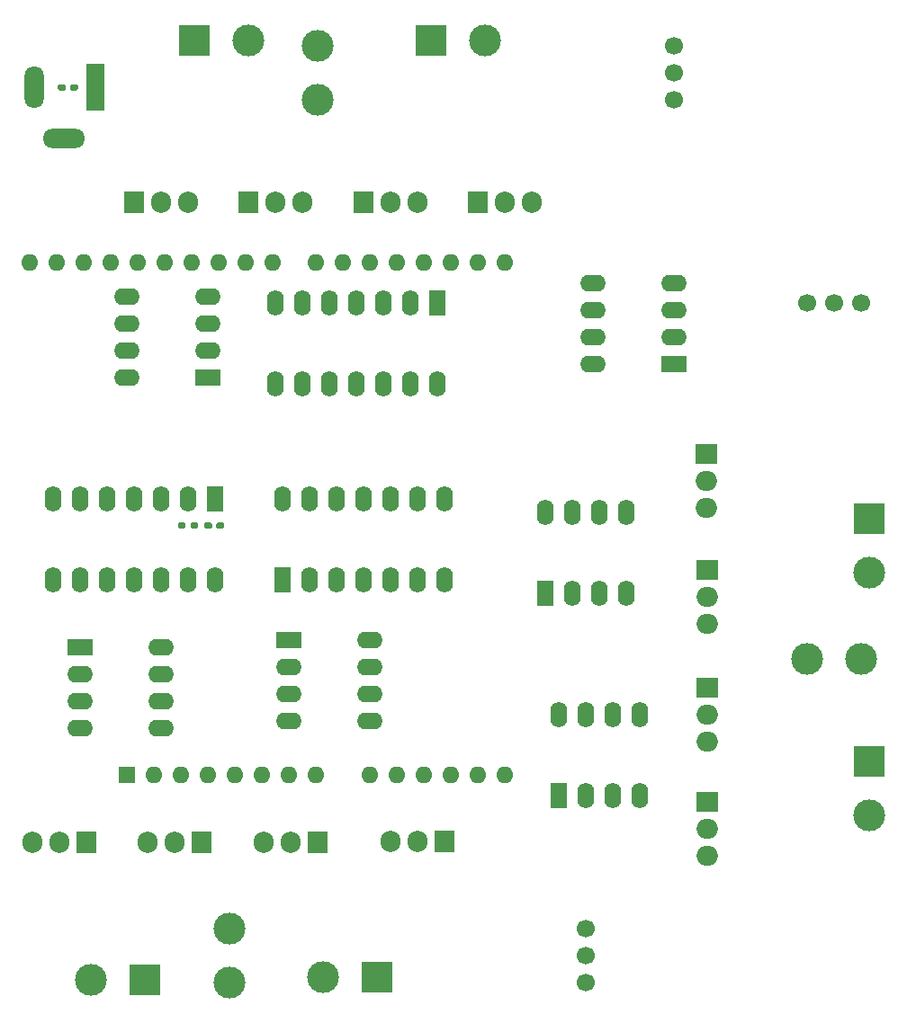
<source format=gbs>
%TF.GenerationSoftware,KiCad,Pcbnew,(5.1.9)-1*%
%TF.CreationDate,2022-08-01T09:46:19-03:00*%
%TF.ProjectId,PonteH,506f6e74-6548-42e6-9b69-6361645f7063,rev?*%
%TF.SameCoordinates,Original*%
%TF.FileFunction,Soldermask,Bot*%
%TF.FilePolarity,Negative*%
%FSLAX46Y46*%
G04 Gerber Fmt 4.6, Leading zero omitted, Abs format (unit mm)*
G04 Created by KiCad (PCBNEW (5.1.9)-1) date 2022-08-01 09:46:19*
%MOMM*%
%LPD*%
G01*
G04 APERTURE LIST*
%ADD10O,1.600000X1.600000*%
%ADD11R,1.600000X1.600000*%
%ADD12C,3.000000*%
%ADD13R,3.000000X3.000000*%
%ADD14R,1.800000X4.400000*%
%ADD15O,1.800000X4.000000*%
%ADD16O,4.000000X1.800000*%
%ADD17O,1.905000X2.000000*%
%ADD18R,1.905000X2.000000*%
%ADD19O,2.000000X1.905000*%
%ADD20R,2.000000X1.905000*%
%ADD21O,1.600000X2.400000*%
%ADD22R,1.600000X2.400000*%
%ADD23O,2.400000X1.600000*%
%ADD24R,2.400000X1.600000*%
%ADD25C,1.700000*%
G04 APERTURE END LIST*
%TO.C,R19*%
G36*
G01*
X77075000Y-92870000D02*
X77075000Y-92550000D01*
G75*
G02*
X77235000Y-92390000I160000J0D01*
G01*
X77630000Y-92390000D01*
G75*
G02*
X77790000Y-92550000I0J-160000D01*
G01*
X77790000Y-92870000D01*
G75*
G02*
X77630000Y-93030000I-160000J0D01*
G01*
X77235000Y-93030000D01*
G75*
G02*
X77075000Y-92870000I0J160000D01*
G01*
G37*
G36*
G01*
X75880000Y-92870000D02*
X75880000Y-92550000D01*
G75*
G02*
X76040000Y-92390000I160000J0D01*
G01*
X76435000Y-92390000D01*
G75*
G02*
X76595000Y-92550000I0J-160000D01*
G01*
X76595000Y-92870000D01*
G75*
G02*
X76435000Y-93030000I-160000J0D01*
G01*
X76040000Y-93030000D01*
G75*
G02*
X75880000Y-92870000I0J160000D01*
G01*
G37*
%TD*%
%TO.C,C14*%
G36*
G01*
X65340700Y-51280000D02*
X65340700Y-51590000D01*
G75*
G02*
X65185700Y-51745000I-155000J0D01*
G01*
X64760700Y-51745000D01*
G75*
G02*
X64605700Y-51590000I0J155000D01*
G01*
X64605700Y-51280000D01*
G75*
G02*
X64760700Y-51125000I155000J0D01*
G01*
X65185700Y-51125000D01*
G75*
G02*
X65340700Y-51280000I0J-155000D01*
G01*
G37*
G36*
G01*
X66475700Y-51280000D02*
X66475700Y-51590000D01*
G75*
G02*
X66320700Y-51745000I-155000J0D01*
G01*
X65895700Y-51745000D01*
G75*
G02*
X65740700Y-51590000I0J155000D01*
G01*
X65740700Y-51280000D01*
G75*
G02*
X65895700Y-51125000I155000J0D01*
G01*
X66320700Y-51125000D01*
G75*
G02*
X66475700Y-51280000I0J-155000D01*
G01*
G37*
%TD*%
%TO.C,C13*%
G36*
G01*
X79507500Y-92865000D02*
X79507500Y-92555000D01*
G75*
G02*
X79662500Y-92400000I155000J0D01*
G01*
X80087500Y-92400000D01*
G75*
G02*
X80242500Y-92555000I0J-155000D01*
G01*
X80242500Y-92865000D01*
G75*
G02*
X80087500Y-93020000I-155000J0D01*
G01*
X79662500Y-93020000D01*
G75*
G02*
X79507500Y-92865000I0J155000D01*
G01*
G37*
G36*
G01*
X78372500Y-92865000D02*
X78372500Y-92555000D01*
G75*
G02*
X78527500Y-92400000I155000J0D01*
G01*
X78952500Y-92400000D01*
G75*
G02*
X79107500Y-92555000I0J-155000D01*
G01*
X79107500Y-92865000D01*
G75*
G02*
X78952500Y-93020000I-155000J0D01*
G01*
X78527500Y-93020000D01*
G75*
G02*
X78372500Y-92865000I0J155000D01*
G01*
G37*
%TD*%
D10*
%TO.C,A1*%
X104140000Y-67945000D03*
X106680000Y-67945000D03*
X67060000Y-67945000D03*
X106680000Y-116205000D03*
X69600000Y-67945000D03*
X104140000Y-116205000D03*
X72140000Y-67945000D03*
X101600000Y-116205000D03*
X74680000Y-67945000D03*
X99060000Y-116205000D03*
X77220000Y-67945000D03*
X96520000Y-116205000D03*
X79760000Y-67945000D03*
X93980000Y-116205000D03*
X82300000Y-67945000D03*
X88900000Y-116205000D03*
X84840000Y-67945000D03*
X86360000Y-116205000D03*
X88900000Y-67945000D03*
X83820000Y-116205000D03*
X91440000Y-67945000D03*
X81280000Y-116205000D03*
X93980000Y-67945000D03*
X78740000Y-116205000D03*
X96520000Y-67945000D03*
X76200000Y-116205000D03*
X99060000Y-67945000D03*
X73660000Y-116205000D03*
X101600000Y-67945000D03*
D11*
X71120000Y-116205000D03*
D10*
X64520000Y-67945000D03*
X61980000Y-67945000D03*
%TD*%
D12*
%TO.C,J1*%
X67716400Y-135509000D03*
D13*
X72796400Y-135509000D03*
%TD*%
D12*
%TO.C,J2*%
X89535000Y-135255000D03*
D13*
X94615000Y-135255000D03*
%TD*%
D12*
%TO.C,J3*%
X140970000Y-120015000D03*
D13*
X140970000Y-114935000D03*
%TD*%
D12*
%TO.C,J4*%
X140970000Y-97155000D03*
D13*
X140970000Y-92075000D03*
%TD*%
D12*
%TO.C,J5*%
X104775000Y-46990000D03*
D13*
X99695000Y-46990000D03*
%TD*%
D12*
%TO.C,J6*%
X82550000Y-46990000D03*
D13*
X77470000Y-46990000D03*
%TD*%
D14*
%TO.C,J7*%
X68148200Y-51435000D03*
D15*
X62348200Y-51435000D03*
D16*
X65148200Y-56235000D03*
%TD*%
D17*
%TO.C,Q1*%
X73025000Y-122555000D03*
X75565000Y-122555000D03*
D18*
X78105000Y-122555000D03*
%TD*%
D17*
%TO.C,Q2*%
X62230000Y-122555000D03*
X64770000Y-122555000D03*
D18*
X67310000Y-122555000D03*
%TD*%
D17*
%TO.C,Q3*%
X95885000Y-122428000D03*
X98425000Y-122428000D03*
D18*
X100965000Y-122428000D03*
%TD*%
D17*
%TO.C,Q4*%
X83947000Y-122555000D03*
X86487000Y-122555000D03*
D18*
X89027000Y-122555000D03*
%TD*%
D19*
%TO.C,Q5*%
X125730000Y-113030000D03*
X125730000Y-110490000D03*
D20*
X125730000Y-107950000D03*
%TD*%
D19*
%TO.C,Q6*%
X125730000Y-123825000D03*
X125730000Y-121285000D03*
D20*
X125730000Y-118745000D03*
%TD*%
D19*
%TO.C,Q7*%
X125603000Y-91059000D03*
X125603000Y-88519000D03*
D20*
X125603000Y-85979000D03*
%TD*%
D19*
%TO.C,Q8*%
X125730000Y-101981000D03*
X125730000Y-99441000D03*
D20*
X125730000Y-96901000D03*
%TD*%
D17*
%TO.C,Q9*%
X98425000Y-62230000D03*
X95885000Y-62230000D03*
D18*
X93345000Y-62230000D03*
%TD*%
D17*
%TO.C,Q10*%
X109220000Y-62230000D03*
X106680000Y-62230000D03*
D18*
X104140000Y-62230000D03*
%TD*%
D17*
%TO.C,Q11*%
X76835000Y-62230000D03*
X74295000Y-62230000D03*
D18*
X71755000Y-62230000D03*
%TD*%
D17*
%TO.C,Q12*%
X87630000Y-62230000D03*
X85090000Y-62230000D03*
D18*
X82550000Y-62230000D03*
%TD*%
D21*
%TO.C,U1*%
X100330000Y-79375000D03*
X85090000Y-71755000D03*
X97790000Y-79375000D03*
X87630000Y-71755000D03*
X95250000Y-79375000D03*
X90170000Y-71755000D03*
X92710000Y-79375000D03*
X92710000Y-71755000D03*
X90170000Y-79375000D03*
X95250000Y-71755000D03*
X87630000Y-79375000D03*
X97790000Y-71755000D03*
X85090000Y-79375000D03*
D22*
X100330000Y-71755000D03*
%TD*%
D23*
%TO.C,U2*%
X74295000Y-104140000D03*
X66675000Y-111760000D03*
X74295000Y-106680000D03*
X66675000Y-109220000D03*
X74295000Y-109220000D03*
X66675000Y-106680000D03*
X74295000Y-111760000D03*
D24*
X66675000Y-104140000D03*
%TD*%
D25*
%TO.C,U3*%
X114300000Y-130683000D03*
X114300000Y-133223000D03*
X114300000Y-135763000D03*
D12*
X80772000Y-130683000D03*
X80772000Y-135763000D03*
%TD*%
D23*
%TO.C,U4*%
X93980000Y-103505000D03*
X86360000Y-111125000D03*
X93980000Y-106045000D03*
X86360000Y-108585000D03*
X93980000Y-108585000D03*
X86360000Y-106045000D03*
X93980000Y-111125000D03*
D24*
X86360000Y-103505000D03*
%TD*%
D21*
%TO.C,U5*%
X111760000Y-110490000D03*
X119380000Y-118110000D03*
X114300000Y-110490000D03*
X116840000Y-118110000D03*
X116840000Y-110490000D03*
X114300000Y-118110000D03*
X119380000Y-110490000D03*
D22*
X111760000Y-118110000D03*
%TD*%
D25*
%TO.C,U6*%
X135128000Y-71755000D03*
X137668000Y-71755000D03*
X140208000Y-71755000D03*
D12*
X135128000Y-105283000D03*
X140208000Y-105283000D03*
%TD*%
D21*
%TO.C,U7*%
X110490000Y-91440000D03*
X118110000Y-99060000D03*
X113030000Y-91440000D03*
X115570000Y-99060000D03*
X115570000Y-91440000D03*
X113030000Y-99060000D03*
X118110000Y-91440000D03*
D22*
X110490000Y-99060000D03*
%TD*%
D23*
%TO.C,U8*%
X114935000Y-77470000D03*
X122555000Y-69850000D03*
X114935000Y-74930000D03*
X122555000Y-72390000D03*
X114935000Y-72390000D03*
X122555000Y-74930000D03*
X114935000Y-69850000D03*
D24*
X122555000Y-77470000D03*
%TD*%
D25*
%TO.C,U9*%
X122555000Y-47498000D03*
X122555000Y-50038000D03*
X122555000Y-52578000D03*
D12*
X89027000Y-47498000D03*
X89027000Y-52578000D03*
%TD*%
D23*
%TO.C,U10*%
X71120000Y-78740000D03*
X78740000Y-71120000D03*
X71120000Y-76200000D03*
X78740000Y-73660000D03*
X71120000Y-73660000D03*
X78740000Y-76200000D03*
X71120000Y-71120000D03*
D24*
X78740000Y-78740000D03*
%TD*%
D21*
%TO.C,U11*%
X79375000Y-97790000D03*
X64135000Y-90170000D03*
X76835000Y-97790000D03*
X66675000Y-90170000D03*
X74295000Y-97790000D03*
X69215000Y-90170000D03*
X71755000Y-97790000D03*
X71755000Y-90170000D03*
X69215000Y-97790000D03*
X74295000Y-90170000D03*
X66675000Y-97790000D03*
X76835000Y-90170000D03*
X64135000Y-97790000D03*
D22*
X79375000Y-90170000D03*
%TD*%
D21*
%TO.C,U12*%
X85725000Y-90170000D03*
X100965000Y-97790000D03*
X88265000Y-90170000D03*
X98425000Y-97790000D03*
X90805000Y-90170000D03*
X95885000Y-97790000D03*
X93345000Y-90170000D03*
X93345000Y-97790000D03*
X95885000Y-90170000D03*
X90805000Y-97790000D03*
X98425000Y-90170000D03*
X88265000Y-97790000D03*
X100965000Y-90170000D03*
D22*
X85725000Y-97790000D03*
%TD*%
M02*

</source>
